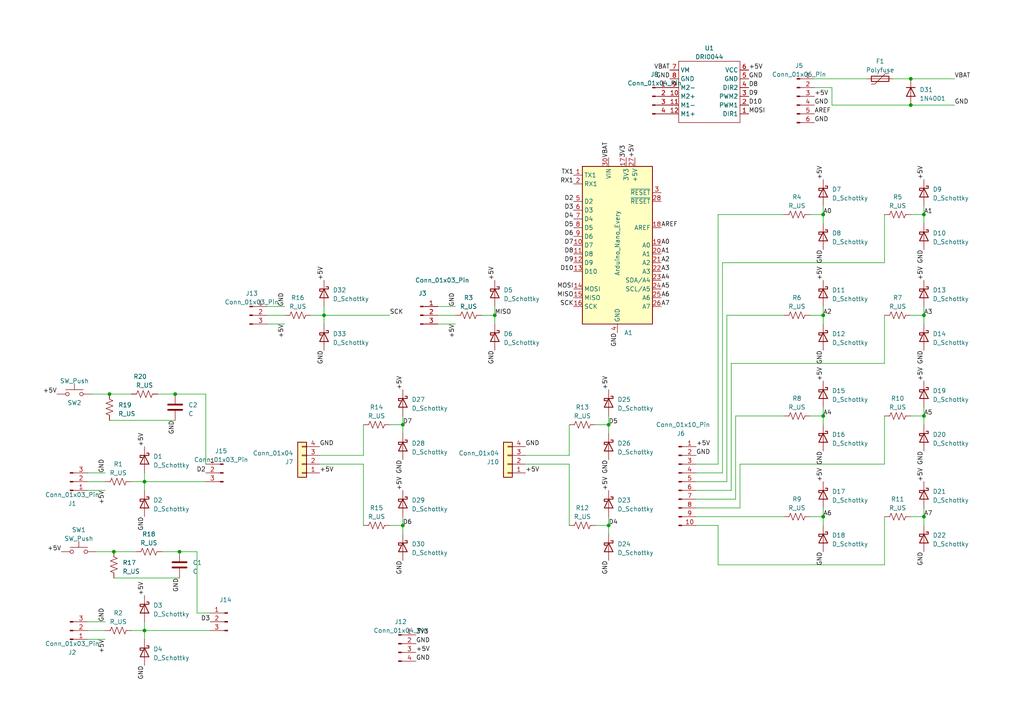
<source format=kicad_sch>
(kicad_sch (version 20230121) (generator eeschema)
  (paper "A4")
  (lib_symbols
    (symbol "Connector:Conn_01x03_Pin" (pin_names (offset 1.016) hide)
      (property "Reference" "J" (at 0 5.08 0))
      (property "Value" "Conn_01x03_Pin" (at 0 -5.08 0))
      (symbol "Conn_01x03_Pin_1_1"
        (polyline (pts (xy 1.27 -2.54) (xy 0.8636 -2.54)) (stroke (width 0.1524)))
        (polyline (pts (xy 1.27 0) (xy 0.8636 0)) (stroke (width 0.1524)))
        (polyline (pts (xy 1.27 2.54) (xy 0.8636 2.54)) (stroke (width 0.1524)))
        (rectangle (start 0.8636 -2.413) (end 0 -2.667) (stroke (width 0.1524)) (fill (type outline)))
        (rectangle (start 0.8636 0.127) (end 0 -0.127) (stroke (width 0.1524)) (fill (type outline)))
        (rectangle (start 0.8636 2.667) (end 0 2.413) (stroke (width 0.1524)) (fill (type outline)))
        (pin passive line (at 5.08 2.54 180) (length 3.81) (name "Pin_1") (number "1"))
        (pin passive line (at 5.08 0 180) (length 3.81) (name "Pin_2") (number "2"))
        (pin passive line (at 5.08 -2.54 180) (length 3.81) (name "Pin_3") (number "3"))
      )
    )
    (symbol "Connector:Conn_01x04_Pin" (pin_names (offset 1.016) hide)
      (property "Reference" "J" (at 0 5.08 0))
      (property "Value" "Conn_01x04_Pin" (at 0 -7.62 0))
      (symbol "Conn_01x04_Pin_1_1"
        (polyline (pts (xy 1.27 -5.08) (xy 0.8636 -5.08)) (stroke (width 0.1524)))
        (polyline (pts (xy 1.27 -2.54) (xy 0.8636 -2.54)) (stroke (width 0.1524)))
        (polyline (pts (xy 1.27 0) (xy 0.8636 0)) (stroke (width 0.1524)))
        (polyline (pts (xy 1.27 2.54) (xy 0.8636 2.54)) (stroke (width 0.1524)))
        (rectangle (start 0.8636 -4.953) (end 0 -5.207) (stroke (width 0.1524)) (fill (type outline)))
        (rectangle (start 0.8636 -2.413) (end 0 -2.667) (stroke (width 0.1524)) (fill (type outline)))
        (rectangle (start 0.8636 0.127) (end 0 -0.127) (stroke (width 0.1524)) (fill (type outline)))
        (rectangle (start 0.8636 2.667) (end 0 2.413) (stroke (width 0.1524)) (fill (type outline)))
        (pin passive line (at 5.08 2.54 180) (length 3.81) (name "Pin_1") (number "1"))
        (pin passive line (at 5.08 0 180) (length 3.81) (name "Pin_2") (number "2"))
        (pin passive line (at 5.08 -2.54 180) (length 3.81) (name "Pin_3") (number "3"))
        (pin passive line (at 5.08 -5.08 180) (length 3.81) (name "Pin_4") (number "4"))
      )
    )
    (symbol "Connector:Conn_01x06_Pin" (pin_names (offset 1.016) hide)
      (property "Reference" "J" (at 0 7.62 0))
      (property "Value" "Conn_01x06_Pin" (at 0 -10.16 0))
      (symbol "Conn_01x06_Pin_1_1"
        (polyline (pts (xy 1.27 -7.62) (xy 0.8636 -7.62)) (stroke (width 0.1524)))
        (polyline (pts (xy 1.27 -5.08) (xy 0.8636 -5.08)) (stroke (width 0.1524)))
        (polyline (pts (xy 1.27 -2.54) (xy 0.8636 -2.54)) (stroke (width 0.1524)))
        (polyline (pts (xy 1.27 0) (xy 0.8636 0)) (stroke (width 0.1524)))
        (polyline (pts (xy 1.27 2.54) (xy 0.8636 2.54)) (stroke (width 0.1524)))
        (polyline (pts (xy 1.27 5.08) (xy 0.8636 5.08)) (stroke (width 0.1524)))
        (rectangle (start 0.8636 -7.493) (end 0 -7.747) (stroke (width 0.1524)) (fill (type outline)))
        (rectangle (start 0.8636 -4.953) (end 0 -5.207) (stroke (width 0.1524)) (fill (type outline)))
        (rectangle (start 0.8636 -2.413) (end 0 -2.667) (stroke (width 0.1524)) (fill (type outline)))
        (rectangle (start 0.8636 0.127) (end 0 -0.127) (stroke (width 0.1524)) (fill (type outline)))
        (rectangle (start 0.8636 2.667) (end 0 2.413) (stroke (width 0.1524)) (fill (type outline)))
        (rectangle (start 0.8636 5.207) (end 0 4.953) (stroke (width 0.1524)) (fill (type outline)))
        (pin passive line (at 5.08 5.08 180) (length 3.81) (name "Pin_1") (number "1"))
        (pin passive line (at 5.08 2.54 180) (length 3.81) (name "Pin_2") (number "2"))
        (pin passive line (at 5.08 0 180) (length 3.81) (name "Pin_3") (number "3"))
        (pin passive line (at 5.08 -2.54 180) (length 3.81) (name "Pin_4") (number "4"))
        (pin passive line (at 5.08 -5.08 180) (length 3.81) (name "Pin_5") (number "5"))
        (pin passive line (at 5.08 -7.62 180) (length 3.81) (name "Pin_6") (number "6"))
      )
    )
    (symbol "Connector:Conn_01x10_Pin" (pin_names (offset 1.016) hide)
      (property "Reference" "J" (at 0 12.7 0))
      (property "Value" "Conn_01x10_Pin" (at 0 -15.24 0))
      (symbol "Conn_01x10_Pin_1_1"
        (polyline (pts (xy 1.27 -12.7) (xy 0.8636 -12.7)) (stroke (width 0.1524)))
        (polyline (pts (xy 1.27 -10.16) (xy 0.8636 -10.16)) (stroke (width 0.1524)))
        (polyline (pts (xy 1.27 -7.62) (xy 0.8636 -7.62)) (stroke (width 0.1524)))
        (polyline (pts (xy 1.27 -5.08) (xy 0.8636 -5.08)) (stroke (width 0.1524)))
        (polyline (pts (xy 1.27 -2.54) (xy 0.8636 -2.54)) (stroke (width 0.1524)))
        (polyline (pts (xy 1.27 0) (xy 0.8636 0)) (stroke (width 0.1524)))
        (polyline (pts (xy 1.27 2.54) (xy 0.8636 2.54)) (stroke (width 0.1524)))
        (polyline (pts (xy 1.27 5.08) (xy 0.8636 5.08)) (stroke (width 0.1524)))
        (polyline (pts (xy 1.27 7.62) (xy 0.8636 7.62)) (stroke (width 0.1524)))
        (polyline (pts (xy 1.27 10.16) (xy 0.8636 10.16)) (stroke (width 0.1524)))
        (rectangle (start 0.8636 -12.573) (end 0 -12.827) (stroke (width 0.1524)) (fill (type outline)))
        (rectangle (start 0.8636 -10.033) (end 0 -10.287) (stroke (width 0.1524)) (fill (type outline)))
        (rectangle (start 0.8636 -7.493) (end 0 -7.747) (stroke (width 0.1524)) (fill (type outline)))
        (rectangle (start 0.8636 -4.953) (end 0 -5.207) (stroke (width 0.1524)) (fill (type outline)))
        (rectangle (start 0.8636 -2.413) (end 0 -2.667) (stroke (width 0.1524)) (fill (type outline)))
        (rectangle (start 0.8636 0.127) (end 0 -0.127) (stroke (width 0.1524)) (fill (type outline)))
        (rectangle (start 0.8636 2.667) (end 0 2.413) (stroke (width 0.1524)) (fill (type outline)))
        (rectangle (start 0.8636 5.207) (end 0 4.953) (stroke (width 0.1524)) (fill (type outline)))
        (rectangle (start 0.8636 7.747) (end 0 7.493) (stroke (width 0.1524)) (fill (type outline)))
        (rectangle (start 0.8636 10.287) (end 0 10.033) (stroke (width 0.1524)) (fill (type outline)))
        (pin passive line (at 5.08 10.16 180) (length 3.81) (name "Pin_1") (number "1"))
        (pin passive line (at 5.08 -12.7 180) (length 3.81) (name "Pin_10") (number "10"))
        (pin passive line (at 5.08 7.62 180) (length 3.81) (name "Pin_2") (number "2"))
        (pin passive line (at 5.08 5.08 180) (length 3.81) (name "Pin_3") (number "3"))
        (pin passive line (at 5.08 2.54 180) (length 3.81) (name "Pin_4") (number "4"))
        (pin passive line (at 5.08 0 180) (length 3.81) (name "Pin_5") (number "5"))
        (pin passive line (at 5.08 -2.54 180) (length 3.81) (name "Pin_6") (number "6"))
        (pin passive line (at 5.08 -5.08 180) (length 3.81) (name "Pin_7") (number "7"))
        (pin passive line (at 5.08 -7.62 180) (length 3.81) (name "Pin_8") (number "8"))
        (pin passive line (at 5.08 -10.16 180) (length 3.81) (name "Pin_9") (number "9"))
      )
    )
    (symbol "Connector_Generic:Conn_01x04" (pin_names (offset 1.016) hide)
      (property "Reference" "J" (at 0 5.08 0))
      (property "Value" "Conn_01x04" (at 0 -7.62 0))
      (symbol "Conn_01x04_1_1"
        (rectangle (start -1.27 -4.953) (end 0 -5.207) (stroke (width 0.1524)))
        (rectangle (start -1.27 -2.413) (end 0 -2.667) (stroke (width 0.1524)))
        (rectangle (start -1.27 0.127) (end 0 -0.127) (stroke (width 0.1524)))
        (rectangle (start -1.27 2.667) (end 0 2.413) (stroke (width 0.1524)))
        (rectangle (start -1.27 3.81) (end 1.27 -6.35) (stroke (width 0.254)) (fill (type background)))
        (pin passive line (at -5.08 2.54 0) (length 3.81) (name "Pin_1") (number "1"))
        (pin passive line (at -5.08 0 0) (length 3.81) (name "Pin_2") (number "2"))
        (pin passive line (at -5.08 -2.54 0) (length 3.81) (name "Pin_3") (number "3"))
        (pin passive line (at -5.08 -5.08 0) (length 3.81) (name "Pin_4") (number "4"))
      )
    )
    (symbol "Device:C" (pin_numbers hide) (pin_names (offset 0.254))
      (property "Reference" "C" (at 0.635 2.54 0))
      (property "Value" "C" (at 0.635 -2.54 0))
      (symbol "C_0_1"
        (polyline (pts (xy -2.032 -0.762) (xy 2.032 -0.762)) (stroke (width 0.508)))
        (polyline (pts (xy -2.032 0.762) (xy 2.032 0.762)) (stroke (width 0.508)))
      )
      (symbol "C_1_1"
        (pin passive line (at 0 3.81 270) (length 2.794) (name "~") (number "1"))
        (pin passive line (at 0 -3.81 90) (length 2.794) (name "~") (number "2"))
      )
    )
    (symbol "Device:D_Schottky" (pin_numbers hide) (pin_names (offset 1.016) hide)
      (property "Reference" "D" (at 0 2.54 0))
      (property "Value" "D_Schottky" (at 0 -2.54 0))
      (symbol "D_Schottky_0_1"
        (polyline (pts (xy 1.27 0) (xy -1.27 0)))
        (polyline (pts (xy 1.27 1.27) (xy 1.27 -1.27) (xy -1.27 0) (xy 1.27 1.27)) (stroke (width 0.254)))
        (polyline (pts (xy -1.905 0.635) (xy -1.905 1.27) (xy -1.27 1.27) (xy -1.27 -1.27) (xy -0.635 -1.27) (xy -0.635 -0.635)) (stroke (width 0.254)))
      )
      (symbol "D_Schottky_1_1"
        (pin passive line (at -3.81 0 0) (length 2.54) (name "K") (number "1"))
        (pin passive line (at 3.81 0 180) (length 2.54) (name "A") (number "2"))
      )
    )
    (symbol "Device:Polyfuse" (pin_numbers hide) (pin_names (offset 0))
      (property "Reference" "F" (at -2.54 0 90))
      (property "Value" "Polyfuse" (at 2.54 0 90))
      (symbol "Polyfuse_0_1"
        (rectangle (start -0.762 2.54) (end 0.762 -2.54) (stroke (width 0.254)))
        (polyline (pts (xy 0 2.54) (xy 0 -2.54)))
        (polyline (pts (xy -1.524 2.54) (xy -1.524 1.524) (xy 1.524 -1.524) (xy 1.524 -2.54)))
      )
      (symbol "Polyfuse_1_1"
        (pin passive line (at 0 3.81 270) (length 1.27) (name "~") (number "1"))
        (pin passive line (at 0 -3.81 90) (length 1.27) (name "~") (number "2"))
      )
    )
    (symbol "Device:R_US" (pin_numbers hide) (pin_names (offset 0))
      (property "Reference" "R" (at 2.54 0 90))
      (property "Value" "R_US" (at -2.54 0 90))
      (symbol "R_US_0_1"
        (polyline (pts (xy 0 -2.286) (xy 0 -2.54)))
        (polyline (pts (xy 0 2.286) (xy 0 2.54)))
        (polyline (pts (xy 0 -0.762) (xy 1.016 -1.143) (xy 0 -1.524) (xy -1.016 -1.905) (xy 0 -2.286)))
        (polyline (pts (xy 0 0.762) (xy 1.016 0.381) (xy 0 0) (xy -1.016 -0.381) (xy 0 -0.762)))
        (polyline (pts (xy 0 2.286) (xy 1.016 1.905) (xy 0 1.524) (xy -1.016 1.143) (xy 0 0.762)))
      )
      (symbol "R_US_1_1"
        (pin passive line (at 0 3.81 270) (length 1.27) (name "~") (number "1"))
        (pin passive line (at 0 -3.81 90) (length 1.27) (name "~") (number "2"))
      )
    )
    (symbol "Diode:1N4001" (pin_numbers hide) (pin_names hide)
      (property "Reference" "D" (at 0 2.54 0))
      (property "Value" "1N4001" (at 0 -2.54 0))
      (symbol "1N4001_0_1"
        (polyline (pts (xy -1.27 1.27) (xy -1.27 -1.27)) (stroke (width 0.254)))
        (polyline (pts (xy 1.27 0) (xy -1.27 0)))
        (polyline (pts (xy 1.27 1.27) (xy 1.27 -1.27) (xy -1.27 0) (xy 1.27 1.27)) (stroke (width 0.254)))
      )
      (symbol "1N4001_1_1"
        (pin passive line (at -3.81 0 0) (length 2.54) (name "K") (number "1"))
        (pin passive line (at 3.81 0 180) (length 2.54) (name "A") (number "2"))
      )
    )
    (symbol "MCU_Module:Arduino_Nano_Every"
      (property "Reference" "A" (at -10.16 23.495 0))
      (property "Value" "Arduino_Nano_Every" (at 5.08 -24.13 0))
      (symbol "Arduino_Nano_Every_0_1"
        (rectangle (start -10.16 22.86) (end 10.16 -22.86) (stroke (width 0.254)) (fill (type background)))
      )
      (symbol "Arduino_Nano_Every_1_1"
        (pin bidirectional line (at -12.7 20.32 0) (length 2.54) (name "TX1") (number "1"))
        (pin bidirectional line (at -12.7 0 0) (length 2.54) (name "D7") (number "10"))
        (pin bidirectional line (at -12.7 -2.54 0) (length 2.54) (name "D8") (number "11"))
        (pin bidirectional line (at -12.7 -5.08 0) (length 2.54) (name "D9") (number "12"))
        (pin bidirectional line (at -12.7 -7.62 0) (length 2.54) (name "D10") (number "13"))
        (pin bidirectional line (at -12.7 -12.7 0) (length 2.54) (name "MOSI") (number "14"))
        (pin bidirectional line (at -12.7 -15.24 0) (length 2.54) (name "MISO") (number "15"))
        (pin bidirectional line (at -12.7 -17.78 0) (length 2.54) (name "SCK") (number "16"))
        (pin power_out line (at 2.54 25.4 270) (length 2.54) (name "3V3") (number "17"))
        (pin input line (at 12.7 5.08 180) (length 2.54) (name "AREF") (number "18"))
        (pin bidirectional line (at 12.7 0 180) (length 2.54) (name "A0") (number "19"))
        (pin bidirectional line (at -12.7 17.78 0) (length 2.54) (name "RX1") (number "2"))
        (pin bidirectional line (at 12.7 -2.54 180) (length 2.54) (name "A1") (number "20"))
        (pin bidirectional line (at 12.7 -5.08 180) (length 2.54) (name "A2") (number "21"))
        (pin bidirectional line (at 12.7 -7.62 180) (length 2.54) (name "A3") (number "22"))
        (pin bidirectional line (at 12.7 -10.16 180) (length 2.54) (name "SDA/A4") (number "23"))
        (pin bidirectional line (at 12.7 -12.7 180) (length 2.54) (name "SCL/A5") (number "24"))
        (pin bidirectional line (at 12.7 -15.24 180) (length 2.54) (name "A6") (number "25"))
        (pin bidirectional line (at 12.7 -17.78 180) (length 2.54) (name "A7") (number "26"))
        (pin power_out line (at 5.08 25.4 270) (length 2.54) (name "+5V") (number "27"))
        (pin input line (at 12.7 12.7 180) (length 2.54) (name "~{RESET}") (number "28"))
        (pin passive line (at 0 -25.4 90) (length 2.54) hide (name "GND") (number "29"))
        (pin input line (at 12.7 15.24 180) (length 2.54) (name "~{RESET}") (number "3"))
        (pin power_in line (at -2.54 25.4 270) (length 2.54) (name "VIN") (number "30"))
        (pin power_in line (at 0 -25.4 90) (length 2.54) (name "GND") (number "4"))
        (pin bidirectional line (at -12.7 12.7 0) (length 2.54) (name "D2") (number "5"))
        (pin bidirectional line (at -12.7 10.16 0) (length 2.54) (name "D3") (number "6"))
        (pin bidirectional line (at -12.7 7.62 0) (length 2.54) (name "D4") (number "7"))
        (pin bidirectional line (at -12.7 5.08 0) (length 2.54) (name "D5") (number "8"))
        (pin bidirectional line (at -12.7 2.54 0) (length 2.54) (name "D6") (number "9"))
      )
    )
    (symbol "MoLib:DRI0044"
      (property "Reference" "U?" (at -5.08 10.16 0))
      (property "Value" "DRI0044" (at 0 -9.9544 0))
      (symbol "DRI0044_0_1"
        (rectangle (start -8.89 8.89) (end 8.89 -8.89))
      )
      (symbol "DRI0044_1_1"
        (pin input line (at -11.43 6.35 0) (length 2.54) (name "DIR1") (number "1"))
        (pin bidirectional line (at 11.43 1.27 180) (length 2.54) (name "M2+") (number "10"))
        (pin bidirectional line (at 11.43 3.81 180) (length 2.54) (name "M1-") (number "11"))
        (pin bidirectional line (at 11.43 6.35 180) (length 2.54) (name "M1+") (number "12"))
        (pin input line (at -11.43 3.81 0) (length 2.54) (name "PWM1") (number "2"))
        (pin input line (at -11.43 1.27 0) (length 2.54) (name "PWM2") (number "3"))
        (pin input line (at -11.43 -1.27 0) (length 2.54) (name "DIR2") (number "4"))
        (pin passive line (at -11.43 -3.81 0) (length 2.54) (name "GND") (number "5"))
        (pin passive line (at -11.43 -6.35 0) (length 2.54) (name "VCC") (number "6"))
        (pin passive line (at 11.43 -6.35 180) (length 2.54) (name "VM") (number "7"))
        (pin passive line (at 11.43 -3.81 180) (length 2.54) (name "GND") (number "8"))
        (pin bidirectional line (at 11.43 -1.27 180) (length 2.54) (name "M2-") (number "9"))
      )
    )
    (symbol "Switch:SW_Push" (pin_numbers hide) (pin_names (offset 1.016) hide)
      (property "Reference" "SW" (at 1.27 2.54 0))
      (property "Value" "SW_Push" (at 0 -1.524 0))
      (symbol "SW_Push_0_1"
        (circle (center -2.032 0) (radius 0.508))
        (polyline (pts (xy 0 1.27) (xy 0 3.048)))
        (polyline (pts (xy 2.54 1.27) (xy -2.54 1.27)))
        (circle (center 2.032 0) (radius 0.508))
        (pin passive line (at -5.08 0 0) (length 2.54) (name "1") (number "1"))
        (pin passive line (at 5.08 0 180) (length 2.54) (name "2") (number "2"))
      )
    )
  )
  (junction (at 267.97 91.44))
  (junction (at 116.84 152.4))
  (junction (at 33.02 160.02))
  (junction (at 31.75 114.3))
  (junction (at 41.91 139.7))
  (junction (at 50.8 114.3))
  (junction (at 267.97 120.65))
  (junction (at 264.16 30.48))
  (junction (at 238.76 91.44))
  (junction (at 143.51 91.44))
  (junction (at 264.16 22.86))
  (junction (at 176.53 123.19))
  (junction (at 176.53 152.4))
  (junction (at 52.07 160.02))
  (junction (at 116.84 123.19))
  (junction (at 238.76 120.65))
  (junction (at 238.76 62.23))
  (junction (at 41.91 182.88))
  (junction (at 238.76 149.86))
  (junction (at 267.97 62.23))
  (junction (at 267.97 149.86))
  (junction (at 93.98 91.44))
  (wire (pts (xy 256.54 163.83) (xy 208.28 163.83)))
  (wire (pts (xy 256.54 105.41) (xy 212.09 105.41)))
  (wire (pts (xy 26.67 114.3) (xy 31.75 114.3)))
  (wire (pts (xy 256.54 76.2) (xy 209.55 76.2)))
  (wire (pts (xy 172.72 123.19) (xy 176.53 123.19)))
  (wire (pts (xy 264.16 22.86) (xy 276.86 22.86)))
  (wire (pts (xy 176.53 152.4) (xy 176.53 154.94)))
  (wire (pts (xy 256.54 91.44) (xy 256.54 105.41)))
  (wire (pts (xy 113.03 152.4) (xy 116.84 152.4)))
  (wire (pts (xy 241.3 25.4) (xy 241.3 30.48)))
  (wire (pts (xy 38.1 182.88) (xy 41.91 182.88)))
  (wire (pts (xy 116.84 123.19) (xy 116.84 120.65)))
  (wire (pts (xy 139.7 91.44) (xy 143.51 91.44)))
  (wire (pts (xy 52.07 160.02) (xy 57.15 160.02)))
  (wire (pts (xy 93.98 91.44) (xy 93.98 93.98)))
  (wire (pts (xy 201.93 152.4) (xy 208.28 152.4)))
  (wire (pts (xy 33.02 160.02) (xy 39.37 160.02)))
  (wire (pts (xy 227.33 62.23) (xy 208.28 62.23)))
  (wire (pts (xy 267.97 91.44) (xy 267.97 93.98)))
  (wire (pts (xy 46.99 160.02) (xy 52.07 160.02)))
  (wire (pts (xy 31.75 121.92) (xy 50.8 121.92)))
  (wire (pts (xy 152.4 134.62) (xy 165.1 134.62)))
  (wire (pts (xy 41.91 182.88) (xy 41.91 185.42)))
  (wire (pts (xy 264.16 91.44) (xy 267.97 91.44)))
  (wire (pts (xy 267.97 149.86) (xy 267.97 152.4)))
  (wire (pts (xy 201.93 142.24) (xy 212.09 142.24)))
  (wire (pts (xy 227.33 91.44) (xy 210.82 91.44)))
  (wire (pts (xy 238.76 62.23) (xy 238.76 59.69)))
  (wire (pts (xy 208.28 163.83) (xy 208.28 152.4)))
  (wire (pts (xy 236.22 22.86) (xy 251.46 22.86)))
  (wire (pts (xy 41.91 139.7) (xy 41.91 142.24)))
  (wire (pts (xy 264.16 120.65) (xy 267.97 120.65)))
  (wire (pts (xy 105.41 132.08) (xy 105.41 123.19)))
  (wire (pts (xy 267.97 120.65) (xy 267.97 123.19)))
  (wire (pts (xy 152.4 132.08) (xy 165.1 132.08)))
  (wire (pts (xy 201.93 144.78) (xy 213.36 144.78)))
  (wire (pts (xy 256.54 120.65) (xy 256.54 134.62)))
  (wire (pts (xy 234.95 120.65) (xy 238.76 120.65)))
  (wire (pts (xy 59.69 114.3) (xy 50.8 114.3)))
  (wire (pts (xy 176.53 152.4) (xy 176.53 149.86)))
  (wire (pts (xy 201.93 139.7) (xy 210.82 139.7)))
  (wire (pts (xy 238.76 120.65) (xy 238.76 123.19)))
  (wire (pts (xy 256.54 62.23) (xy 256.54 76.2)))
  (wire (pts (xy 267.97 149.86) (xy 267.97 147.32)))
  (wire (pts (xy 33.02 167.64) (xy 52.07 167.64)))
  (wire (pts (xy 238.76 62.23) (xy 238.76 64.77)))
  (wire (pts (xy 210.82 91.44) (xy 210.82 139.7)))
  (wire (pts (xy 25.4 180.34) (xy 30.48 180.34)))
  (wire (pts (xy 127 88.9) (xy 132.08 88.9)))
  (wire (pts (xy 127 93.98) (xy 132.08 93.98)))
  (wire (pts (xy 59.69 134.62) (xy 59.69 114.3)))
  (wire (pts (xy 116.84 152.4) (xy 116.84 149.86)))
  (wire (pts (xy 267.97 62.23) (xy 267.97 64.77)))
  (wire (pts (xy 172.72 152.4) (xy 176.53 152.4)))
  (wire (pts (xy 57.15 160.02) (xy 57.15 177.8)))
  (wire (pts (xy 25.4 142.24) (xy 30.48 142.24)))
  (wire (pts (xy 267.97 62.23) (xy 267.97 59.69)))
  (wire (pts (xy 25.4 185.42) (xy 30.48 185.42)))
  (wire (pts (xy 92.71 132.08) (xy 105.41 132.08)))
  (wire (pts (xy 176.53 123.19) (xy 176.53 120.65)))
  (wire (pts (xy 105.41 134.62) (xy 105.41 152.4)))
  (wire (pts (xy 256.54 149.86) (xy 256.54 163.83)))
  (wire (pts (xy 234.95 149.86) (xy 238.76 149.86)))
  (wire (pts (xy 92.71 134.62) (xy 105.41 134.62)))
  (wire (pts (xy 176.53 123.19) (xy 176.53 125.73)))
  (wire (pts (xy 41.91 182.88) (xy 60.96 182.88)))
  (wire (pts (xy 165.1 123.19) (xy 165.1 132.08)))
  (wire (pts (xy 57.15 177.8) (xy 60.96 177.8)))
  (wire (pts (xy 41.91 182.88) (xy 41.91 180.34)))
  (wire (pts (xy 77.47 93.98) (xy 82.55 93.98)))
  (wire (pts (xy 45.72 114.3) (xy 50.8 114.3)))
  (wire (pts (xy 127 91.44) (xy 132.08 91.44)))
  (wire (pts (xy 213.36 120.65) (xy 213.36 144.78)))
  (wire (pts (xy 267.97 91.44) (xy 267.97 88.9)))
  (wire (pts (xy 201.93 137.16) (xy 209.55 137.16)))
  (wire (pts (xy 201.93 149.86) (xy 227.33 149.86)))
  (wire (pts (xy 241.3 30.48) (xy 264.16 30.48)))
  (wire (pts (xy 212.09 105.41) (xy 212.09 142.24)))
  (wire (pts (xy 27.94 160.02) (xy 33.02 160.02)))
  (wire (pts (xy 238.76 149.86) (xy 238.76 152.4)))
  (wire (pts (xy 90.17 91.44) (xy 93.98 91.44)))
  (wire (pts (xy 238.76 120.65) (xy 238.76 118.11)))
  (wire (pts (xy 93.98 91.44) (xy 113.03 91.44)))
  (wire (pts (xy 267.97 120.65) (xy 267.97 118.11)))
  (wire (pts (xy 259.08 22.86) (xy 264.16 22.86)))
  (wire (pts (xy 209.55 76.2) (xy 209.55 137.16)))
  (wire (pts (xy 25.4 182.88) (xy 30.48 182.88)))
  (wire (pts (xy 93.98 91.44) (xy 93.98 88.9)))
  (wire (pts (xy 38.1 139.7) (xy 41.91 139.7)))
  (wire (pts (xy 116.84 152.4) (xy 116.84 154.94)))
  (wire (pts (xy 41.91 139.7) (xy 59.69 139.7)))
  (wire (pts (xy 143.51 91.44) (xy 143.51 93.98)))
  (wire (pts (xy 77.47 91.44) (xy 82.55 91.44)))
  (wire (pts (xy 41.91 139.7) (xy 41.91 137.16)))
  (wire (pts (xy 234.95 62.23) (xy 238.76 62.23)))
  (wire (pts (xy 238.76 91.44) (xy 238.76 88.9)))
  (wire (pts (xy 25.4 137.16) (xy 30.48 137.16)))
  (wire (pts (xy 113.03 123.19) (xy 116.84 123.19)))
  (wire (pts (xy 234.95 91.44) (xy 238.76 91.44)))
  (wire (pts (xy 238.76 149.86) (xy 238.76 147.32)))
  (wire (pts (xy 201.93 147.32) (xy 214.63 147.32)))
  (wire (pts (xy 264.16 62.23) (xy 267.97 62.23)))
  (wire (pts (xy 116.84 123.19) (xy 116.84 125.73)))
  (wire (pts (xy 214.63 134.62) (xy 214.63 147.32)))
  (wire (pts (xy 264.16 30.48) (xy 276.86 30.48)))
  (wire (pts (xy 238.76 91.44) (xy 238.76 93.98)))
  (wire (pts (xy 201.93 134.62) (xy 208.28 134.62)))
  (wire (pts (xy 31.75 114.3) (xy 38.1 114.3)))
  (wire (pts (xy 25.4 139.7) (xy 30.48 139.7)))
  (wire (pts (xy 165.1 134.62) (xy 165.1 152.4)))
  (wire (pts (xy 143.51 91.44) (xy 143.51 88.9)))
  (wire (pts (xy 256.54 134.62) (xy 214.63 134.62)))
  (wire (pts (xy 236.22 25.4) (xy 241.3 25.4)))
  (wire (pts (xy 208.28 62.23) (xy 208.28 134.62)))
  (wire (pts (xy 77.47 88.9) (xy 82.55 88.9)))
  (wire (pts (xy 264.16 149.86) (xy 267.97 149.86)))
  (wire (pts (xy 227.33 120.65) (xy 213.36 120.65)))
  (label "A6" (at 191.77 86.36 0))
  (label "MISO" (at 143.51 91.44 0))
  (label "+5V" (at 267.97 110.49 90))
  (label "+5V" (at 217.17 20.32 0))
  (label "GND" (at 92.71 129.54 0))
  (label "+5V" (at 267.97 52.07 90))
  (label "+5V" (at 30.48 142.24 270))
  (label "GND" (at 238.76 101.6 270))
  (label "D3" (at 60.96 180.34 180))
  (label "VBAT" (at 194.31 20.32 180))
  (label "A5" (at 267.97 120.65 0))
  (label "GND" (at 236.22 35.56 0))
  (label "A6" (at 238.76 149.86 0))
  (label "AREF" (at 236.22 33.02 0))
  (label "+5V" (at 152.4 137.16 0))
  (label "A3" (at 267.97 91.44 0))
  (label "+5V" (at 176.53 113.03 90))
  (label "GND" (at 30.48 137.16 90))
  (label "D5" (at 176.53 123.19 0))
  (label "MOSI" (at 166.37 83.82 180))
  (label "D10" (at 217.17 30.48 0))
  (label "D7" (at 166.37 71.12 180))
  (label "+5V" (at 116.84 113.03 90))
  (label "SCK" (at 166.37 88.9 180))
  (label "+5V" (at 238.76 139.7 90))
  (label "D10" (at 166.37 78.74 180))
  (label "+5V" (at 116.84 142.24 90))
  (label "GND" (at 176.53 162.56 270))
  (label "GND" (at 93.98 101.6 270))
  (label "D3" (at 166.37 60.96 180))
  (label "+5V" (at 120.65 189.23 0))
  (label "GND" (at 267.97 72.39 270))
  (label "D2" (at 59.69 137.16 180))
  (label "+5V" (at 82.55 93.98 270))
  (label "+5V" (at 238.76 81.28 90))
  (label "GND" (at 176.53 133.35 270))
  (label "A5" (at 191.77 83.82 0))
  (label "D6" (at 116.84 152.4 0))
  (label "TX1" (at 166.37 50.8 180))
  (label "GND" (at 143.51 101.6 270))
  (label "D9" (at 217.17 27.94 0))
  (label "A7" (at 267.97 149.86 0))
  (label "D8" (at 166.37 73.66 180))
  (label "AREF" (at 191.77 66.04 0))
  (label "+5V" (at 143.51 81.28 90))
  (label "A0" (at 191.77 71.12 0))
  (label "GND" (at 267.97 101.6 270))
  (label "+5V" (at 201.93 129.54 0))
  (label "D4" (at 166.37 63.5 180))
  (label "GND" (at 238.76 72.39 270))
  (label "GND" (at 267.97 160.02 270))
  (label "+5V" (at 16.51 114.3 180))
  (label "GND" (at 201.93 132.08 0))
  (label "GND" (at 132.08 88.9 90))
  (label "GND" (at 238.76 160.02 270))
  (label "+5V" (at 93.98 81.28 90))
  (label "GND" (at 41.91 149.86 270))
  (label "A2" (at 238.76 91.44 0))
  (label "A7" (at 191.77 88.9 0))
  (label "GND" (at 179.07 96.52 270))
  (label "GND" (at 30.48 180.34 90))
  (label "MOSI" (at 217.17 33.02 0))
  (label "GND" (at 52.07 167.64 270))
  (label "RX1" (at 166.37 53.34 180))
  (label "D9" (at 166.37 76.2 180))
  (label "GND" (at 276.86 30.48 0))
  (label "+5V" (at 236.22 27.94 0))
  (label "3V3" (at 181.61 45.72 90))
  (label "VBAT" (at 176.53 45.72 90))
  (label "A1" (at 191.77 73.66 0))
  (label "+5V" (at 132.08 93.98 270))
  (label "D5" (at 166.37 66.04 180))
  (label "MISO" (at 166.37 86.36 180))
  (label "+5V" (at 184.15 45.72 90))
  (label "A3" (at 191.77 78.74 0))
  (label "GND" (at 82.55 88.9 90))
  (label "GND" (at 41.91 193.04 270))
  (label "+5V" (at 30.48 185.42 270))
  (label "A1" (at 267.97 62.23 0))
  (label "+5V" (at 267.97 139.7 90))
  (label "GND" (at 217.17 22.86 0))
  (label "GND" (at 120.65 191.77 0))
  (label "+5V" (at 41.91 172.72 90))
  (label "A4" (at 191.77 81.28 0))
  (label "GND" (at 194.31 22.86 180))
  (label "GND" (at 50.8 121.92 270))
  (label "+5V" (at 92.71 137.16 0))
  (label "A2" (at 191.77 76.2 0))
  (label "GND" (at 116.84 162.56 270))
  (label "D8" (at 217.17 25.4 0))
  (label "GND" (at 152.4 129.54 0))
  (label "3V3" (at 120.65 184.15 0))
  (label "A4" (at 238.76 120.65 0))
  (label "+5V" (at 176.53 142.24 90))
  (label "GND" (at 120.65 186.69 0))
  (label "+5V" (at 17.78 160.02 180))
  (label "D4" (at 176.53 152.4 0))
  (label "A0" (at 238.76 62.23 0))
  (label "SCK" (at 113.03 91.44 0))
  (label "GND" (at 238.76 130.81 270))
  (label "D6" (at 166.37 68.58 180))
  (label "+5V" (at 238.76 110.49 90))
  (label "D2" (at 166.37 58.42 180))
  (label "VBAT" (at 276.86 22.86 0))
  (label "+5V" (at 267.97 81.28 90))
  (label "GND" (at 236.22 30.48 0))
  (label "D7" (at 116.84 123.19 0))
  (label "GND" (at 267.97 130.81 270))
  (label "+5V" (at 238.76 52.07 90))
  (label "+5V" (at 41.91 129.54 90))
  (label "GND" (at 116.84 133.35 270))
  (symbol (lib_id "Device:D_Schottky") (at 176.53 116.84 270) (unit 1)
    (property "Reference" "D25" (at 179.07 115.8875 90) (effects (justify left)))
    (property "Value" "D_Schottky" (at 179.07 118.4275 90) (effects (justify left)))
    (property "Footprint" "SHIELD footprint:SOD-123_L2.8-W1.8-LS3.7-RD" (effects hide))
  )
  (symbol (lib_id "Device:D_Schottky") (at 238.76 68.58 270) (unit 1)
    (property "Reference" "D8" (at 241.3 67.6275 90) (effects (justify left)))
    (property "Value" "D_Schottky" (at 241.3 70.1675 90) (effects (justify left)))
    (property "Footprint" "SHIELD footprint:SOD-123_L2.8-W1.8-LS3.7-RD" (effects hide))
  )
  (symbol (lib_id "Connector:Conn_01x10_Pin") (at 196.85 139.7 0) (unit 1)
    (property "Reference" "J6" (at 197.485 125.73 0))
    (property "Value" "Conn_01x10_Pin" (at 198.12 123.19 0))
    (property "Footprint" "SHIELD footprint:TerminalBlock_Phoenix_MPT-0,5-10-2.54_1x10_P2.54mm_Horizontal" (effects hide))
  )
  (symbol (lib_id "Device:R_US") (at 135.89 91.44 90) (unit 1)
    (property "Reference" "R3" (at 135.89 86.36 90))
    (property "Value" "R_US" (at 135.89 88.9 90))
    (property "Footprint" "SHIELD footprint:R1210" (effects hide))
  )
  (symbol (lib_id "Device:R_US") (at 109.22 152.4 90) (unit 1)
    (property "Reference" "R15" (at 109.22 147.32 90))
    (property "Value" "R_US" (at 109.22 149.86 90))
    (property "Footprint" "SHIELD footprint:R1210" (effects hide))
  )
  (symbol (lib_id "Device:R_US") (at 168.91 123.19 90) (unit 1)
    (property "Reference" "R13" (at 168.91 118.11 90))
    (property "Value" "R_US" (at 168.91 120.65 90))
    (property "Footprint" "SHIELD footprint:R1210" (effects hide))
  )
  (symbol (lib_id "Connector:Conn_01x03_Pin") (at 121.92 91.44 0) (unit 1)
    (property "Reference" "J3" (at 122.555 85.09 0))
    (property "Value" "Conn_01x03_Pin" (at 128.27 81.28 0))
    (property "Footprint" "Connector_JST:JST_XH_B3B-XH-AM_1x03_P2.50mm_Vertical" (effects hide))
  )
  (symbol (lib_id "Device:D_Schottky") (at 267.97 68.58 270) (unit 1)
    (property "Reference" "D10" (at 270.51 67.6275 90) (effects (justify left)))
    (property "Value" "D_Schottky" (at 270.51 70.1675 90) (effects (justify left)))
    (property "Footprint" "SHIELD footprint:SOD-123_L2.8-W1.8-LS3.7-RD" (effects hide))
  )
  (symbol (lib_id "Device:C") (at 50.8 118.11 0) (unit 1)
    (property "Reference" "C2" (at 54.61 117.475 0) (effects (justify left)))
    (property "Value" "C" (at 54.61 120.015 0) (effects (justify left)))
    (property "Footprint" "SHIELD footprint:capa_10nF" (effects hide))
  )
  (symbol (lib_id "Device:R_US") (at 231.14 62.23 90) (unit 1)
    (property "Reference" "R4" (at 231.14 57.15 90))
    (property "Value" "R_US" (at 231.14 59.69 90))
    (property "Footprint" "SHIELD footprint:R1210" (effects hide))
  )
  (symbol (lib_id "Device:D_Schottky") (at 267.97 55.88 270) (unit 1)
    (property "Reference" "D9" (at 270.51 54.9275 90) (effects (justify left)))
    (property "Value" "D_Schottky" (at 270.51 57.4675 90) (effects (justify left)))
    (property "Footprint" "SHIELD footprint:SOD-123_L2.8-W1.8-LS3.7-RD" (effects hide))
  )
  (symbol (lib_id "Device:Polyfuse") (at 255.27 22.86 90) (unit 1)
    (property "Reference" "F1" (at 255.27 17.78 90))
    (property "Value" "Polyfuse" (at 255.27 20.32 90))
    (property "Footprint" "SHIELD footprint:FUSM4632X85" (effects hide))
  )
  (symbol (lib_id "Device:D_Schottky") (at 41.91 176.53 270) (unit 1)
    (property "Reference" "D3" (at 44.45 175.5775 90) (effects (justify left)))
    (property "Value" "D_Schottky" (at 44.45 178.1175 90) (effects (justify left)))
    (property "Footprint" "SHIELD footprint:SOD-123_L2.8-W1.8-LS3.7-RD" (effects hide))
  )
  (symbol (lib_id "Device:D_Schottky") (at 238.76 55.88 270) (unit 1)
    (property "Reference" "D7" (at 241.3 54.9275 90) (effects (justify left)))
    (property "Value" "D_Schottky" (at 241.3 57.4675 90) (effects (justify left)))
    (property "Footprint" "SHIELD footprint:SOD-123_L2.8-W1.8-LS3.7-RD" (effects hide))
  )
  (symbol (lib_id "Device:R_US") (at 260.35 120.65 90) (unit 1)
    (property "Reference" "R10" (at 260.35 115.57 90))
    (property "Value" "R_US" (at 260.35 118.11 90))
    (property "Footprint" "SHIELD footprint:R1210" (effects hide))
  )
  (symbol (lib_id "Diode:1N4001") (at 264.16 26.67 270) (unit 1)
    (property "Reference" "D31" (at 266.7 26.035 90) (effects (justify left)))
    (property "Value" "1N4001" (at 266.7 28.575 90) (effects (justify left)))
    (property "Footprint" "Diode_THT:D_DO-41_SOD81_P10.16mm_Horizontal" (effects hide))
    (property "Datasheet" "http://www.vishay.com/docs/88503/1n4001.pdf" (effects hide))
    (property "Sim.Device" "D" (effects hide))
    (property "Sim.Pins" "1=K 2=A" (effects hide))
  )
  (symbol (lib_id "Device:R_US") (at 31.75 118.11 180) (unit 1)
    (property "Reference" "R19" (at 34.29 117.475 0) (effects (justify right)))
    (property "Value" "R_US" (at 34.29 120.015 0) (effects (justify right)))
    (property "Footprint" "SHIELD footprint:R1206" (effects hide))
  )
  (symbol (lib_id "Device:D_Schottky") (at 267.97 127 270) (unit 1)
    (property "Reference" "D20" (at 270.51 126.0475 90) (effects (justify left)))
    (property "Value" "D_Schottky" (at 270.51 128.5875 90) (effects (justify left)))
    (property "Footprint" "SHIELD footprint:SOD-123_L2.8-W1.8-LS3.7-RD" (effects hide))
  )
  (symbol (lib_id "Connector:Conn_01x03_Pin") (at 20.32 139.7 0) (mirror x) (unit 1)
    (property "Reference" "J1" (at 20.955 146.05 0))
    (property "Value" "Conn_01x03_Pin" (at 20.955 143.51 0))
    (property "Footprint" "Connector_JST:JST_XH_B3B-XH-AM_1x03_P2.50mm_Vertical" (effects hide))
  )
  (symbol (lib_id "Device:D_Schottky") (at 143.51 97.79 270) (unit 1)
    (property "Reference" "D6" (at 146.05 96.8375 90) (effects (justify left)))
    (property "Value" "D_Schottky" (at 146.05 99.3775 90) (effects (justify left)))
    (property "Footprint" "SHIELD footprint:SOD-123_L2.8-W1.8-LS3.7-RD" (effects hide))
  )
  (symbol (lib_id "Device:R_US") (at 231.14 120.65 90) (unit 1)
    (property "Reference" "R8" (at 231.14 115.57 90))
    (property "Value" "R_US" (at 231.14 118.11 90))
    (property "Footprint" "SHIELD footprint:R1210" (effects hide))
  )
  (symbol (lib_id "Device:R_US") (at 33.02 163.83 180) (unit 1)
    (property "Reference" "R17" (at 35.56 163.195 0) (effects (justify right)))
    (property "Value" "R_US" (at 35.56 165.735 0) (effects (justify right)))
    (property "Footprint" "SHIELD footprint:R1206" (effects hide))
  )
  (symbol (lib_id "Device:R_US") (at 260.35 91.44 90) (unit 1)
    (property "Reference" "R7" (at 260.35 86.36 90))
    (property "Value" "R_US" (at 260.35 88.9 90))
    (property "Footprint" "SHIELD footprint:R1210" (effects hide))
  )
  (symbol (lib_id "Device:R_US") (at 231.14 91.44 90) (unit 1)
    (property "Reference" "R6" (at 231.14 86.36 90))
    (property "Value" "R_US" (at 231.14 88.9 90))
    (property "Footprint" "SHIELD footprint:R1210" (effects hide))
  )
  (symbol (lib_id "Device:C") (at 52.07 163.83 0) (unit 1)
    (property "Reference" "C1" (at 55.88 163.195 0) (effects (justify left)))
    (property "Value" "C" (at 55.88 165.735 0) (effects (justify left)))
    (property "Footprint" "SHIELD footprint:capa_10nF" (effects hide))
  )
  (symbol (lib_id "Connector:Conn_01x04_Pin") (at 189.23 27.94 0) (unit 1)
    (property "Reference" "J8" (at 189.865 21.59 0))
    (property "Value" "Conn_01x04_Pin" (at 189.865 24.13 0))
    (property "Footprint" "SHIELD footprint:TerminalBlock_Phoenix_MPT-0,5-4-2.54_1x04_P2.54mm_Horizontal" (effects hide))
  )
  (symbol (lib_id "Device:R_US") (at 86.36 91.44 90) (unit 1)
    (property "Reference" "R16" (at 86.36 86.36 90))
    (property "Value" "R_US" (at 86.36 88.9 90))
    (property "Footprint" "SHIELD footprint:R1210" (effects hide))
  )
  (symbol (lib_id "Device:R_US") (at 43.18 160.02 270) (unit 1)
    (property "Reference" "R18" (at 43.18 154.94 90))
    (property "Value" "R_US" (at 43.18 157.48 90))
    (property "Footprint" "SHIELD footprint:R1206" (effects hide))
  )
  (symbol (lib_id "Connector:Conn_01x03_Pin") (at 20.32 182.88 0) (mirror x) (unit 1)
    (property "Reference" "J2" (at 20.955 189.23 0))
    (property "Value" "Conn_01x03_Pin" (at 20.955 186.69 0))
    (property "Footprint" "Connector_JST:JST_XH_B3B-XH-AM_1x03_P2.50mm_Vertical" (effects hide))
  )
  (symbol (lib_id "Connector:Conn_01x06_Pin") (at 231.14 27.94 0) (unit 1)
    (property "Reference" "J5" (at 231.775 19.05 0))
    (property "Value" "Conn_01x06_Pin" (at 231.775 21.59 0))
    (property "Footprint" "SHIELD footprint:TerminalBlock_Phoenix_MPT-0,5-6-2.54_1x06_P2.54mm_Horizontal" (effects hide))
  )
  (symbol (lib_id "Device:R_US") (at 34.29 182.88 90) (unit 1)
    (property "Reference" "R2" (at 34.29 177.8 90))
    (property "Value" "R_US" (at 34.29 180.34 90))
    (property "Footprint" "SHIELD footprint:R1210" (effects hide))
  )
  (symbol (lib_id "Device:D_Schottky") (at 238.76 143.51 270) (unit 1)
    (property "Reference" "D17" (at 241.3 142.5575 90) (effects (justify left)))
    (property "Value" "D_Schottky" (at 241.3 145.0975 90) (effects (justify left)))
    (property "Footprint" "SHIELD footprint:SOD-123_L2.8-W1.8-LS3.7-RD" (effects hide))
  )
  (symbol (lib_id "Device:R_US") (at 34.29 139.7 90) (unit 1)
    (property "Reference" "R1" (at 34.29 134.62 90))
    (property "Value" "R_US" (at 34.29 137.16 90))
    (property "Footprint" "SHIELD footprint:R1210" (effects hide))
  )
  (symbol (lib_id "MCU_Module:Arduino_Nano_Every") (at 179.07 71.12 0) (unit 1)
    (property "Reference" "A1" (at 181.0259 96.52 0) (effects (justify left)))
    (property "Value" "Arduino_Nano_Every" (at 179.07 80.01 90) (effects (justify left)))
    (property "Footprint" "Module:Arduino_Nano_WithMountingHoles" (effects hide))
    (property "Datasheet" "https://content.arduino.cc/assets/NANOEveryV3.0_sch.pdf" (effects hide))
  )
  (symbol (lib_id "Device:D_Schottky") (at 41.91 146.05 270) (unit 1)
    (property "Reference" "D2" (at 44.45 145.0975 90) (effects (justify left)))
    (property "Value" "D_Schottky" (at 44.45 147.6375 90) (effects (justify left)))
    (property "Footprint" "SHIELD footprint:SOD-123_L2.8-W1.8-LS3.7-RD" (effects hide))
  )
  (symbol (lib_id "MoLib:DRI0044") (at 205.74 26.67 180) (unit 1)
    (property "Reference" "U1" (at 205.74 13.97 0))
    (property "Value" "DRI0044" (at 205.74 16.51 0))
    (property "Footprint" "SHIELD footprint:DRI0044" (effects hide))
  )
  (symbol (lib_id "Device:D_Schottky") (at 176.53 158.75 270) (unit 1)
    (property "Reference" "D24" (at 179.07 157.7975 90) (effects (justify left)))
    (property "Value" "D_Schottky" (at 179.07 160.3375 90) (effects (justify left)))
    (property "Footprint" "SHIELD footprint:SOD-123_L2.8-W1.8-LS3.7-RD" (effects hide))
  )
  (symbol (lib_id "Device:D_Schottky") (at 116.84 129.54 270) (unit 1)
    (property "Reference" "D28" (at 119.38 128.5875 90) (effects (justify left)))
    (property "Value" "D_Schottky" (at 119.38 131.1275 90) (effects (justify left)))
    (property "Footprint" "SHIELD footprint:SOD-123_L2.8-W1.8-LS3.7-RD" (effects hide))
  )
  (symbol (lib_id "Device:D_Schottky") (at 93.98 85.09 270) (unit 1)
    (property "Reference" "D32" (at 96.52 84.1375 90) (effects (justify left)))
    (property "Value" "D_Schottky" (at 96.52 86.6775 90) (effects (justify left)))
    (property "Footprint" "SHIELD footprint:SOD-123_L2.8-W1.8-LS3.7-RD" (effects hide))
  )
  (symbol (lib_id "Switch:SW_Push") (at 22.86 160.02 0) (unit 1)
    (property "Reference" "SW1" (at 22.86 153.67 0))
    (property "Value" "SW_Push" (at 22.86 156.21 0))
    (property "Footprint" "Button_Switch_THT:SW_TH_Tactile_Omron_B3F-10xx" (effects hide))
  )
  (symbol (lib_id "Switch:SW_Push") (at 21.59 114.3 0) (unit 1)
    (property "Reference" "SW2" (at 21.59 116.84 0))
    (property "Value" "SW_Push" (at 21.59 110.49 0))
    (property "Footprint" "Button_Switch_THT:SW_TH_Tactile_Omron_B3F-10xx" (effects hide))
  )
  (symbol (lib_id "Connector:Conn_01x04_Pin") (at 115.57 186.69 0) (unit 1)
    (property "Reference" "J12" (at 116.205 180.34 0))
    (property "Value" "Conn_01x04_Pin" (at 116.205 182.88 0))
    (property "Footprint" "SHIELD footprint:TerminalBlock_Phoenix_MPT-0,5-4-2.54_1x04_P2.54mm_Horizontal" (effects hide))
  )
  (symbol (lib_id "Device:R_US") (at 41.91 114.3 270) (unit 1)
    (property "Reference" "R20" (at 40.64 109.22 90))
    (property "Value" "R_US" (at 41.91 111.76 90))
    (property "Footprint" "SHIELD footprint:R1206" (effects hide))
  )
  (symbol (lib_id "Device:D_Schottky") (at 238.76 156.21 270) (unit 1)
    (property "Reference" "D18" (at 241.3 155.2575 90) (effects (justify left)))
    (property "Value" "D_Schottky" (at 241.3 157.7975 90) (effects (justify left)))
    (property "Footprint" "SHIELD footprint:SOD-123_L2.8-W1.8-LS3.7-RD" (effects hide))
  )
  (symbol (lib_id "Device:D_Schottky") (at 41.91 189.23 270) (unit 1)
    (property "Reference" "D4" (at 44.45 188.2775 90) (effects (justify left)))
    (property "Value" "D_Schottky" (at 44.45 190.8175 90) (effects (justify left)))
    (property "Footprint" "SHIELD footprint:SOD-123_L2.8-W1.8-LS3.7-RD" (effects hide))
  )
  (symbol (lib_id "Connector:Conn_01x03_Pin") (at 64.77 137.16 0) (mirror y) (unit 1)
    (property "Reference" "J15" (at 64.135 130.81 0))
    (property "Value" "Conn_01x03_Pin" (at 64.135 133.35 0))
    (property "Footprint" "Connector_PinHeader_2.54mm:PinHeader_1x03_P2.54mm_Vertical" (effects hide))
  )
  (symbol (lib_id "Device:D_Schottky") (at 143.51 85.09 270) (unit 1)
    (property "Reference" "D5" (at 146.05 84.1375 90) (effects (justify left)))
    (property "Value" "D_Schottky" (at 146.05 86.6775 90) (effects (justify left)))
    (property "Footprint" "SHIELD footprint:SOD-123_L2.8-W1.8-LS3.7-RD" (effects hide))
  )
  (symbol (lib_id "Device:R_US") (at 260.35 149.86 90) (unit 1)
    (property "Reference" "R11" (at 260.35 144.78 90))
    (property "Value" "R_US" (at 260.35 147.32 90))
    (property "Footprint" "SHIELD footprint:R1210" (effects hide))
  )
  (symbol (lib_id "Device:D_Schottky") (at 116.84 116.84 270) (unit 1)
    (property "Reference" "D27" (at 119.38 115.8875 90) (effects (justify left)))
    (property "Value" "D_Schottky" (at 119.38 118.4275 90) (effects (justify left)))
    (property "Footprint" "SHIELD footprint:SOD-123_L2.8-W1.8-LS3.7-RD" (effects hide))
  )
  (symbol (lib_id "Device:R_US") (at 109.22 123.19 90) (unit 1)
    (property "Reference" "R14" (at 109.22 118.11 90))
    (property "Value" "R_US" (at 109.22 120.65 90))
    (property "Footprint" "SHIELD footprint:R1210" (effects hide))
  )
  (symbol (lib_id "Device:D_Schottky") (at 238.76 127 270) (unit 1)
    (property "Reference" "D16" (at 241.3 126.0475 90) (effects (justify left)))
    (property "Value" "D_Schottky" (at 241.3 128.5875 90) (effects (justify left)))
    (property "Footprint" "SHIELD footprint:SOD-123_L2.8-W1.8-LS3.7-RD" (effects hide))
  )
  (symbol (lib_id "Device:D_Schottky") (at 41.91 133.35 270) (unit 1)
    (property "Reference" "D1" (at 44.45 132.3975 90) (effects (justify left)))
    (property "Value" "D_Schottky" (at 44.45 134.9375 90) (effects (justify left)))
    (property "Footprint" "SHIELD footprint:SOD-123_L2.8-W1.8-LS3.7-RD" (effects hide))
  )
  (symbol (lib_id "Connector:Conn_01x03_Pin") (at 66.04 180.34 0) (mirror y) (unit 1)
    (property "Reference" "J14" (at 65.405 173.99 0))
    (property "Value" "Conn_01x03_Pin" (effects hide))
    (property "Footprint" "Connector_PinHeader_2.54mm:PinHeader_1x03_P2.54mm_Vertical" (effects hide))
  )
  (symbol (lib_id "Device:D_Schottky") (at 238.76 85.09 270) (unit 1)
    (property "Reference" "D11" (at 241.3 84.1375 90) (effects (justify left)))
    (property "Value" "D_Schottky" (at 241.3 86.6775 90) (effects (justify left)))
    (property "Footprint" "SHIELD footprint:SOD-123_L2.8-W1.8-LS3.7-RD" (effects hide))
  )
  (symbol (lib_id "Device:D_Schottky") (at 267.97 85.09 270) (unit 1)
    (property "Reference" "D13" (at 270.51 84.1375 90) (effects (justify left)))
    (property "Value" "D_Schottky" (at 270.51 86.6775 90) (effects (justify left)))
    (property "Footprint" "SHIELD footprint:SOD-123_L2.8-W1.8-LS3.7-RD" (effects hide))
  )
  (symbol (lib_id "Device:R_US") (at 168.91 152.4 90) (unit 1)
    (property "Reference" "R12" (at 168.91 147.32 90))
    (property "Value" "R_US" (at 168.91 149.86 90))
    (property "Footprint" "SHIELD footprint:R1210" (effects hide))
  )
  (symbol (lib_id "Device:R_US") (at 260.35 62.23 90) (unit 1)
    (property "Reference" "R5" (at 260.35 57.15 90))
    (property "Value" "R_US" (at 260.35 59.69 90))
    (property "Footprint" "SHIELD footprint:R1210" (effects hide))
  )
  (symbol (lib_id "Device:R_US") (at 231.14 149.86 90) (unit 1)
    (property "Reference" "R9" (at 231.14 144.78 90))
    (property "Value" "R_US" (at 231.14 147.32 90))
    (property "Footprint" "SHIELD footprint:R1210" (effects hide))
  )
  (symbol (lib_id "Device:D_Schottky") (at 267.97 114.3 270) (unit 1)
    (property "Reference" "D19" (at 270.51 113.3475 90) (effects (justify left)))
    (property "Value" "D_Schottky" (at 270.51 115.8875 90) (effects (justify left)))
    (property "Footprint" "SHIELD footprint:SOD-123_L2.8-W1.8-LS3.7-RD" (effects hide))
  )
  (symbol (lib_id "Device:D_Schottky") (at 267.97 156.21 270) (unit 1)
    (property "Reference" "D22" (at 270.51 155.2575 90) (effects (justify left)))
    (property "Value" "D_Schottky" (at 270.51 157.7975 90) (effects (justify left)))
    (property "Footprint" "SHIELD footprint:SOD-123_L2.8-W1.8-LS3.7-RD" (effects hide))
  )
  (symbol (lib_id "Device:D_Schottky") (at 267.97 143.51 270) (unit 1)
    (property "Reference" "D21" (at 270.51 142.5575 90) (effects (justify left)))
    (property "Value" "D_Schottky" (at 270.51 145.0975 90) (effects (justify left)))
    (property "Footprint" "SHIELD footprint:SOD-123_L2.8-W1.8-LS3.7-RD" (effects hide))
  )
  (symbol (lib_id "Connector_Generic:Conn_01x04") (at 87.63 134.62 180) (unit 1)
    (property "Reference" "J7" (at 85.09 133.985 0) (effects (justify left)))
    (property "Value" "Conn_01x04" (at 85.09 131.445 0) (effects (justify left)))
    (property "Footprint" "Connector_JST:JST_XA_B04B-XASK-1_1x04_P2.50mm_Vertical" (effects hide))
  )
  (symbol (lib_id "Device:D_Schottky") (at 176.53 146.05 270) (unit 1)
    (property "Reference" "D23" (at 179.07 145.0975 90) (effects (justify left)))
    (property "Value" "D_Schottky" (at 179.07 147.6375 90) (effects (justify left)))
    (property "Footprint" "SHIELD footprint:SOD-123_L2.8-W1.8-LS3.7-RD" (effects hide))
  )
  (symbol (lib_id "Device:D_Schottky") (at 238.76 114.3 270) (unit 1)
    (property "Reference" "D15" (at 241.3 113.3475 90) (effects (justify left)))
    (property "Value" "D_Schottky" (at 241.3 115.8875 90) (effects (justify left)))
    (property "Footprint" "SHIELD footprint:SOD-123_L2.8-W1.8-LS3.7-RD" (effects hide))
  )
  (symbol (lib_id "Device:D_Schottky") (at 93.98 97.79 270) (unit 1)
    (property "Reference" "D33" (at 96.52 96.8375 90) (effects (justify left)))
    (property "Value" "D_Schottky" (at 96.52 99.3775 90) (effects (justify left)))
    (property "Footprint" "SHIELD footprint:SOD-123_L2.8-W1.8-LS3.7-RD" (effects hide))
  )
  (symbol (lib_id "Device:D_Schottky") (at 116.84 158.75 270) (unit 1)
    (property "Reference" "D30" (at 119.38 157.7975 90) (effects (justify left)))
    (property "Value" "D_Schottky" (at 119.38 160.3375 90) (effects (justify left)))
    (property "Footprint" "SHIELD footprint:SOD-123_L2.8-W1.8-LS3.7-RD" (effects hide))
  )
  (symbol (lib_id "Connector_Generic:Conn_01x04") (at 147.32 134.62 180) (unit 1)
    (property "Reference" "J10" (at 144.78 133.985 0) (effects (justify left)))
    (property "Value" "Conn_01x04" (at 144.78 131.445 0) (effects (justify left)))
    (property "Footprint" "Connector_JST:JST_XA_B04B-XASK-1_1x04_P2.50mm_Vertical" (effects hide))
  )
  (symbol (lib_id "Device:D_Schottky") (at 267.97 97.79 270) (unit 1)
    (property "Reference" "D14" (at 270.51 96.8375 90) (effects (justify left)))
    (property "Value" "D_Schottky" (at 270.51 99.3775 90) (effects (justify left)))
    (property "Footprint" "SHIELD footprint:SOD-123_L2.8-W1.8-LS3.7-RD" (effects hide))
  )
  (symbol (lib_id "Device:D_Schottky") (at 176.53 129.54 270) (unit 1)
    (property "Reference" "D26" (at 179.07 128.5875 90) (effects (justify left)))
    (property "Value" "D_Schottky" (at 179.07 131.1275 90) (effects (justify left)))
    (property "Footprint" "SHIELD footprint:SOD-123_L2.8-W1.8-LS3.7-RD" (effects hide))
  )
  (symbol (lib_id "Device:D_Schottky") (at 116.84 146.05 270) (unit 1)
    (property "Reference" "D29" (at 119.38 145.0975 90) (effects (justify left)))
    (property "Value" "D_Schottky" (at 119.38 147.6375 90) (effects (justify left)))
    (property "Footprint" "SHIELD footprint:SOD-123_L2.8-W1.8-LS3.7-RD" (effects hide))
  )
  (symbol (lib_id "Device:D_Schottky") (at 238.76 97.79 270) (unit 1)
    (property "Reference" "D12" (at 241.3 96.8375 90) (effects (justify left)))
    (property "Value" "D_Schottky" (at 241.3 99.3775 90) (effects (justify left)))
    (property "Footprint" "SHIELD footprint:SOD-123_L2.8-W1.8-LS3.7-RD" (effects hide))
  )
  (symbol (lib_id "Connector:Conn_01x03_Pin") (at 72.39 91.44 0) (unit 1)
    (property "Reference" "J13" (at 73.025 85.09 0))
    (property "Value" "Conn_01x03_Pin" (at 73.025 87.63 0))
    (property "Footprint" "Connector_JST:JST_XH_B3B-XH-AM_1x03_P2.50mm_Vertical" (effects hide))
  )
)
</source>
